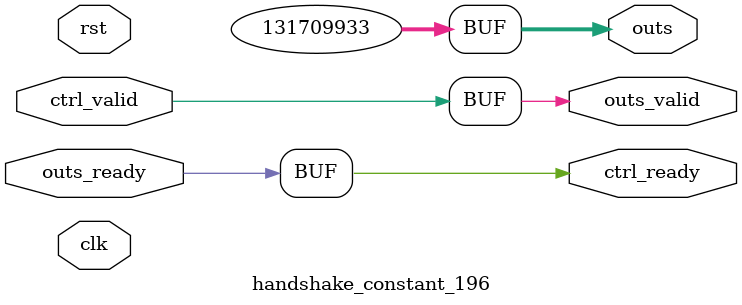
<source format=v>
`timescale 1ns / 1ps
module handshake_constant_196 #(
  parameter DATA_WIDTH = 32  // Default set to 32 bits
) (
  input                       clk,
  input                       rst,
  // Input Channel
  input                       ctrl_valid,
  output                      ctrl_ready,
  // Output Channel
  output [DATA_WIDTH - 1 : 0] outs,
  output                      outs_valid,
  input                       outs_ready
);
  assign outs       = 27'b111110110011011101111101101;
  assign outs_valid = ctrl_valid;
  assign ctrl_ready = outs_ready;

endmodule

</source>
